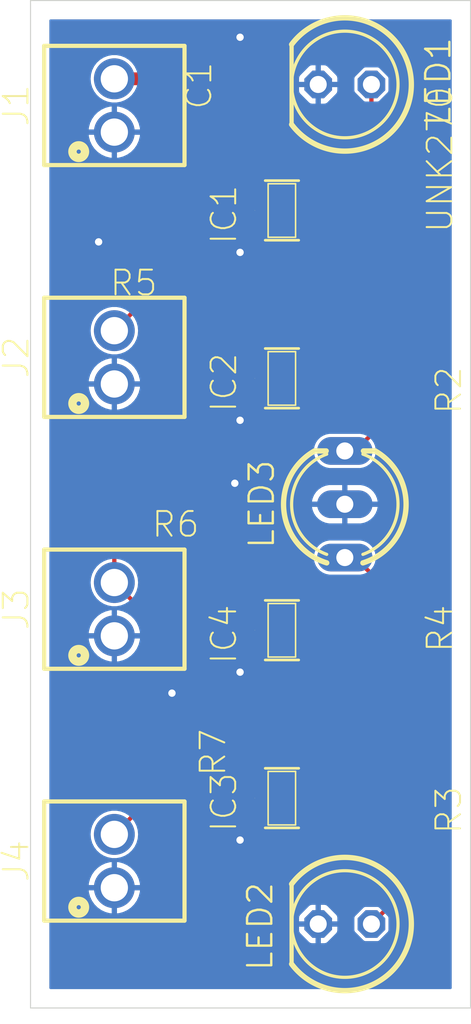
<source format=kicad_pcb>
(kicad_pcb (version 20240108) (generator "pcbnew") (generator_version "8.0")
  (layers (0 "F.Cu" signal) (31 "B.Cu" signal) (34 "B.Paste" user) (35 "F.Paste" user) (36 "B.SilkS" user "B.Silkscreen") (37 "F.SilkS" user "F.Silkscreen") (38 "B.Mask" user) (39 "F.Mask" user) (44 "Edge.Cuts" user))
  (net 0 "")
  (net 1 "VCC")
  (net 2 "GND")
  (net 3 "N$2")
  (net 4 "N$3")
  (net 5 "N$4")
  (net 6 "N$5")
  (net 7 "N$6")
  (net 8 "N$7")
  (net 9 "N$8")
  (net 10 "N$9")
  (net 11 "N$10")
  (net 12 "N$1")
  (net 13 "N$11")
  (footprint "Status_Board:SOT23-5_87" (layer "F.Cu") (at 150.0011 99.0036 -90)
    (property "Reference" "IC2" (at -1.29 3.46 90) (layer "F.SilkS") (effects (font (size 1.176528 1.176528) (thickness 0.093472)) (justify right top)))
    (property "Value" "74LVC1G17DBV")
    (fp_line (start 0 1.29) (end 0 1.3) (stroke (width 0.01)) (layer "F.SilkS"))
    (fp_line (start -1.42 0.8) (end -1.42 -0.8) (stroke (width 0.127)) (layer "F.SilkS"))
    (fp_line (start -1.27 0.66) (end -1.27 -0.65) (stroke (width 0.075)) (layer "F.SilkS"))
    (fp_line (start 1.28 0.66) (end -1.27 0.66) (stroke (width 0.075)) (layer "F.SilkS"))
    (fp_line (start -1.27 -0.65) (end 1.28 -0.65) (stroke (width 0.075)) (layer "F.SilkS"))
    (fp_line (start 1.28 -0.65) (end 1.28 0.66) (stroke (width 0.075)) (layer "F.SilkS"))
    (fp_line (start 1.42 -0.8) (end 1.42 0.8) (stroke (width 0.127)) (layer "F.SilkS"))
    (pad "1" smd rect (at -0.95 1.29 270) (size 0.69 0.99) (layers "F.Cu" "F.Paste" "F.Mask"))
    (pad "2" smd rect (at 0 1.29 270) (size 0.69 0.99) (layers "F.Cu" "F.Paste" "F.Mask") (net 4 "N$3"))
    (pad "3" smd rect (at 0.95 1.29 270) (size 0.69 0.99) (layers "F.Cu" "F.Paste" "F.Mask") (net 2 "GND"))
    (pad "4" smd rect (at 0.95 -1.3 270) (size 0.69 0.99) (layers "F.Cu" "F.Paste" "F.Mask") (net 7 "N$6"))
    (pad "5" smd rect (at -0.95 -1.3 270) (size 0.69 0.99) (layers "F.Cu" "F.Paste" "F.Mask") (net 1 "VCC"))
  )
  (footprint "Status_Board:R0805_334" (layer "F.Cu") (at 156.0011 111.0036 90)
    (property "Reference" "R4" (at -1.135 2.23 90) (layer "F.SilkS") (effects (font (size 1.176528 1.176528) (thickness 0.093472)) (justify left bottom)))
    (property "Value" "180")
    (pad "1" smd rect (at -0.95 0 90) (size 1.3 1.5) (layers "F.Cu" "F.Paste" "F.Mask") (net 12 "N$1"))
    (pad "2" smd rect (at 0.95 0 90) (size 1.3 1.5) (layers "F.Cu" "F.Paste" "F.Mask") (net 13 "N$11"))
  )
  (footprint "Status_Board:SOT23-5_87" (layer "F.Cu") (at 150.0011 91.0036 -90)
    (property "Reference" "IC1" (at -1.29 3.46 90) (layer "F.SilkS") (effects (font (size 1.176528 1.176528) (thickness 0.093472)) (justify right top)))
    (property "Value" "74LVC1G17DBV")
    (fp_line (start 0 1.29) (end 0 1.3) (stroke (width 0.01)) (layer "F.SilkS"))
    (fp_line (start -1.42 0.8) (end -1.42 -0.8) (stroke (width 0.127)) (layer "F.SilkS"))
    (fp_line (start -1.27 0.66) (end -1.27 -0.65) (stroke (width 0.075)) (layer "F.SilkS"))
    (fp_line (start 1.28 0.66) (end -1.27 0.66) (stroke (width 0.075)) (layer "F.SilkS"))
    (fp_line (start -1.27 -0.65) (end 1.28 -0.65) (stroke (width 0.075)) (layer "F.SilkS"))
    (fp_line (start 1.28 -0.65) (end 1.28 0.66) (stroke (width 0.075)) (layer "F.SilkS"))
    (fp_line (start 1.42 -0.8) (end 1.42 0.8) (stroke (width 0.127)) (layer "F.SilkS"))
    (pad "1" smd rect (at -0.95 1.29 270) (size 0.69 0.99) (layers "F.Cu" "F.Paste" "F.Mask"))
    (pad "2" smd rect (at 0 1.29 270) (size 0.69 0.99) (layers "F.Cu" "F.Paste" "F.Mask") (net 3 "N$2"))
    (pad "3" smd rect (at 0.95 1.29 270) (size 0.69 0.99) (layers "F.Cu" "F.Paste" "F.Mask") (net 2 "GND"))
    (pad "4" smd rect (at 0.95 -1.3 270) (size 0.69 0.99) (layers "F.Cu" "F.Paste" "F.Mask") (net 6 "N$5"))
    (pad "5" smd rect (at -0.95 -1.3 270) (size 0.69 0.99) (layers "F.Cu" "F.Paste" "F.Mask") (net 1 "VCC"))
  )
  (footprint "Status_Board:691210910002_16280519" (layer "F.Cu") (at 142.0011 86.0036 90)
    (property "Reference" "J1" (at 0 -4 90) (layer "F.SilkS") (effects (font (size 1.176528 1.176528) (thickness 0.093472)) (justify bottom)))
    (property "Value" "5V")
    (fp_line (start 2.84 -3.35) (end 2.84 3.35) (stroke (width 0.2)) (layer "F.SilkS"))
    (fp_line (start -2.84 -3.35) (end 2.84 -3.35) (stroke (width 0.2)) (layer "F.SilkS"))
    (fp_line (start 2.84 3.35) (end -2.84 3.35) (stroke (width 0.2)) (layer "F.SilkS"))
    (fp_line (start -2.84 3.35) (end -2.84 -3.35) (stroke (width 0.2)) (layer "F.SilkS"))
    (fp_circle (center -2.2 -1.7) (end -2.1 -1.7) (stroke (width 0.4)) (fill none) (layer "F.SilkS"))
    (pad "1" thru_hole circle (at -1.27 0 90) (size 1.95 1.95) (drill 1.3) (layers "*.Cu" "*.Mask") (net 2 "GND"))
    (pad "2" thru_hole circle (at 1.27 0 90) (size 1.95 1.95) (drill 1.3) (layers "*.Cu" "*.Mask") (net 1 "VCC"))
  )
  (footprint "Status_Board:R0805_334" (layer "F.Cu") (at 156.0011 99.0036 -90)
    (property "Reference" "R2" (at -0.635 -1.27 90) (layer "F.SilkS") (effects (font (size 1.176528 1.176528) (thickness 0.093472)) (justify right top)))
    (property "Value" "220")
    (pad "1" smd rect (at -0.95 0 270) (size 1.3 1.5) (layers "F.Cu" "F.Paste" "F.Mask") (net 7 "N$6"))
    (pad "2" smd rect (at 0.95 0 270) (size 1.3 1.5) (layers "F.Cu" "F.Paste" "F.Mask") (net 10 "N$9"))
  )
  (footprint "Status_Board:SOT23-5_87" (layer "F.Cu") (at 150.0011 111.0036 -90)
    (property "Reference" "IC4" (at -1.29 3.46 90) (layer "F.SilkS") (effects (font (size 1.176528 1.176528) (thickness 0.093472)) (justify right top)))
    (property "Value" "74LVC1G14DBV")
    (fp_line (start 0 1.29) (end 0 1.3) (stroke (width 0.01)) (layer "F.SilkS"))
    (fp_line (start -1.42 0.8) (end -1.42 -0.8) (stroke (width 0.127)) (layer "F.SilkS"))
    (fp_line (start -1.27 0.66) (end -1.27 -0.65) (stroke (width 0.075)) (layer "F.SilkS"))
    (fp_line (start 1.28 0.66) (end -1.27 0.66) (stroke (width 0.075)) (layer "F.SilkS"))
    (fp_line (start -1.27 -0.65) (end 1.28 -0.65) (stroke (width 0.075)) (layer "F.SilkS"))
    (fp_line (start 1.28 -0.65) (end 1.28 0.66) (stroke (width 0.075)) (layer "F.SilkS"))
    (fp_line (start 1.42 -0.8) (end 1.42 0.8) (stroke (width 0.127)) (layer "F.SilkS"))
    (pad "1" smd rect (at -0.95 1.29 270) (size 0.69 0.99) (layers "F.Cu" "F.Paste" "F.Mask"))
    (pad "2" smd rect (at 0 1.29 270) (size 0.69 0.99) (layers "F.Cu" "F.Paste" "F.Mask") (net 4 "N$3"))
    (pad "3" smd rect (at 0.95 1.29 270) (size 0.69 0.99) (layers "F.Cu" "F.Paste" "F.Mask") (net 2 "GND"))
    (pad "4" smd rect (at 0.95 -1.3 270) (size 0.69 0.99) (layers "F.Cu" "F.Paste" "F.Mask") (net 12 "N$1"))
    (pad "5" smd rect (at -0.95 -1.3 270) (size 0.69 0.99) (layers "F.Cu" "F.Paste" "F.Mask") (net 1 "VCC"))
  )
  (footprint "Status_Board:R0805_334" (layer "F.Cu") (at 144.7511 116.2536 -90)
    (property "Reference" "R7" (at -0.635 -1.27 90) (layer "F.SilkS") (effects (font (size 1.176528 1.176528) (thickness 0.093472)) (justify right top)))
    (property "Value" "47k")
    (pad "1" smd rect (at -0.95 0 270) (size 1.3 1.5) (layers "F.Cu" "F.Paste" "F.Mask") (net 2 "GND"))
    (pad "2" smd rect (at 0.95 0 270) (size 1.3 1.5) (layers "F.Cu" "F.Paste" "F.Mask") (net 5 "N$4"))
  )
  (footprint "Status_Board:C0805_334" (layer "F.Cu") (at 148.0011 85.0036 90)
    (property "Reference" "C1" (at -1.27 -1.27 90) (layer "F.SilkS") (effects (font (size 1.176528 1.176528) (thickness 0.093472)) (justify left bottom)))
    (property "Value" "10nF")
    (pad "1" smd rect (at -0.95 0 90) (size 1.3 1.5) (layers "F.Cu" "F.Paste" "F.Mask") (net 1 "VCC"))
    (pad "2" smd rect (at 0.95 0 90) (size 1.3 1.5) (layers "F.Cu" "F.Paste" "F.Mask") (net 2 "GND"))
  )
  (footprint "Status_Board:R0805_334" (layer "F.Cu") (at 156.0011 91.0036 90)
    (property "Reference" "UNK270" (at -1.135 2.23 90) (layer "F.SilkS") (effects (font (size 1.176528 1.176528) (thickness 0.093472)) (justify left bottom)))
    (property "Value" "")
    (pad "1" smd rect (at -0.95 0 90) (size 1.3 1.5) (layers "F.Cu" "F.Paste" "F.Mask") (net 6 "N$5"))
    (pad "2" smd rect (at 0.95 0 90) (size 1.3 1.5) (layers "F.Cu" "F.Paste" "F.Mask") (net 9 "N$8"))
  )
  (footprint "Status_Board:DUOLED-C-5MM_259" (layer "F.Cu") (at 153.0011 105.0036 90)
    (property "Reference" "LED3" (at -2.19 -3.29 90) (layer "F.SilkS") (effects (font (size 1.1557 1.1557) (thickness 0.1143)) (justify left bottom)))
    (property "Value" "")
    (fp_line (start 2.54 -1.4478) (end 2.54 -0.889) (stroke (width 0.254)) (layer "F.SilkS"))
    (fp_line (start 2.54 0.889) (end 2.54 1.4478) (stroke (width 0.254)) (layer "F.SilkS"))
    (fp_arc (start -2.3876 -0.8636) (mid 0 -2.538984) (end 2.3876 -0.8636) (stroke (width 0.1524)) (layer "F.SilkS"))
    (fp_arc (start -2.7933 -0.8634) (mid -0.3185 -2.906455) (end 2.540001 -1.447798) (stroke (width 0.254)) (layer "F.SilkS"))
    (fp_arc (start 2.3876 0.8636) (mid 0 2.538984) (end -2.3876 0.8636) (stroke (width 0.1524)) (layer "F.SilkS"))
    (fp_arc (start 2.540698 1.448201) (mid -0.318535 2.906916) (end -2.794 0.8636) (stroke (width 0.254)) (layer "F.SilkS"))
    (pad "AR" thru_hole oval (at 2.54 0 180) (size 2.6416 1.3208) (drill 0.8128) (layers "*.Cu" "*.Mask") (net 10 "N$9"))
    (pad "AX" thru_hole oval (at -2.54 0 180) (size 2.6416 1.3208) (drill 0.8128) (layers "*.Cu" "*.Mask") (net 13 "N$11"))
    (pad "C" thru_hole oval (at 0 0 180) (size 2.6416 1.3208) (drill 0.8128) (layers "*.Cu" "*.Mask") (net 2 "GND"))
  )
  (footprint "Status_Board:691210910002_16280519" (layer "F.Cu") (at 142.0011 110.0036 90)
    (property "Reference" "J3" (at 0 -4 90) (layer "F.SilkS") (effects (font (size 1.176528 1.176528) (thickness 0.093472)) (justify bottom)))
    (property "Value" "Amp_State")
    (fp_line (start 2.84 -3.35) (end 2.84 3.35) (stroke (width 0.2)) (layer "F.SilkS"))
    (fp_line (start -2.84 -3.35) (end 2.84 -3.35) (stroke (width 0.2)) (layer "F.SilkS"))
    (fp_line (start 2.84 3.35) (end -2.84 3.35) (stroke (width 0.2)) (layer "F.SilkS"))
    (fp_line (start -2.84 3.35) (end -2.84 -3.35) (stroke (width 0.2)) (layer "F.SilkS"))
    (fp_circle (center -2.2 -1.7) (end -2.1 -1.7) (stroke (width 0.4)) (fill none) (layer "F.SilkS"))
    (pad "1" thru_hole circle (at -1.27 0 90) (size 1.95 1.95) (drill 1.3) (layers "*.Cu" "*.Mask") (net 2 "GND"))
    (pad "2" thru_hole circle (at 1.27 0 90) (size 1.95 1.95) (drill 1.3) (layers "*.Cu" "*.Mask") (net 4 "N$3"))
  )
  (footprint "Status_Board:R0805_334" (layer "F.Cu") (at 143.5011 92.5036 180)
    (property "Reference" "R5" (at -0.635 -1.27 0) (layer "F.SilkS") (effects (font (size 1.176528 1.176528) (thickness 0.093472)) (justify right top)))
    (property "Value" "47k")
    (pad "1" smd rect (at -0.95 0 180) (size 1.3 1.5) (layers "F.Cu" "F.Paste" "F.Mask") (net 3 "N$2"))
    (pad "2" smd rect (at 0.95 0 180) (size 1.3 1.5) (layers "F.Cu" "F.Paste" "F.Mask") (net 2 "GND"))
  )
  (footprint "Status_Board:691210910002_16280519" (layer "F.Cu") (at 142.0011 98.0036 90)
    (property "Reference" "J2" (at 0 -4 90) (layer "F.SilkS") (effects (font (size 1.176528 1.176528) (thickness 0.093472)) (justify bottom)))
    (property "Value" "75V_Status")
    (fp_line (start 2.84 -3.35) (end 2.84 3.35) (stroke (width 0.2)) (layer "F.SilkS"))
    (fp_line (start -2.84 -3.35) (end 2.84 -3.35) (stroke (width 0.2)) (layer "F.SilkS"))
    (fp_line (start 2.84 3.35) (end -2.84 3.35) (stroke (width 0.2)) (layer "F.SilkS"))
    (fp_line (start -2.84 3.35) (end -2.84 -3.35) (stroke (width 0.2)) (layer "F.SilkS"))
    (fp_circle (center -2.2 -1.7) (end -2.1 -1.7) (stroke (width 0.4)) (fill none) (layer "F.SilkS"))
    (pad "1" thru_hole circle (at -1.27 0 90) (size 1.95 1.95) (drill 1.3) (layers "*.Cu" "*.Mask") (net 2 "GND"))
    (pad "2" thru_hole circle (at 1.27 0 90) (size 1.95 1.95) (drill 1.3) (layers "*.Cu" "*.Mask") (net 3 "N$2"))
  )
  (footprint "Status_Board:SOT23-5_87" (layer "F.Cu") (at 150.0011 119.0036 -90)
    (property "Reference" "IC3" (at -1.29 3.46 90) (layer "F.SilkS") (effects (font (size 1.176528 1.176528) (thickness 0.093472)) (justify right top)))
    (property "Value" "74LVC1G17DBV")
    (fp_line (start 0 1.29) (end 0 1.3) (stroke (width 0.01)) (layer "F.SilkS"))
    (fp_line (start -1.42 0.8) (end -1.42 -0.8) (stroke (width 0.127)) (layer "F.SilkS"))
    (fp_line (start -1.27 0.66) (end -1.27 -0.65) (stroke (width 0.075)) (layer "F.SilkS"))
    (fp_line (start 1.28 0.66) (end -1.27 0.66) (stroke (width 0.075)) (layer "F.SilkS"))
    (fp_line (start -1.27 -0.65) (end 1.28 -0.65) (stroke (width 0.075)) (layer "F.SilkS"))
    (fp_line (start 1.28 -0.65) (end 1.28 0.66) (stroke (width 0.075)) (layer "F.SilkS"))
    (fp_line (start 1.42 -0.8) (end 1.42 0.8) (stroke (width 0.127)) (layer "F.SilkS"))
    (pad "1" smd rect (at -0.95 1.29 270) (size 0.69 0.99) (layers "F.Cu" "F.Paste" "F.Mask"))
    (pad "2" smd rect (at 0 1.29 270) (size 0.69 0.99) (layers "F.Cu" "F.Paste" "F.Mask") (net 5 "N$4"))
    (pad "3" smd rect (at 0.95 1.29 270) (size 0.69 0.99) (layers "F.Cu" "F.Paste" "F.Mask") (net 2 "GND"))
    (pad "4" smd rect (at 0.95 -1.3 270) (size 0.69 0.99) (layers "F.Cu" "F.Paste" "F.Mask") (net 8 "N$7"))
    (pad "5" smd rect (at -0.95 -1.3 270) (size 0.69 0.99) (layers "F.Cu" "F.Paste" "F.Mask") (net 1 "VCC"))
  )
  (footprint "Status_Board:R0805_334" (layer "F.Cu") (at 145.5011 104.0036 180)
    (property "Reference" "R6" (at -0.635 -1.27 0) (layer "F.SilkS") (effects (font (size 1.176528 1.176528) (thickness 0.093472)) (justify right top)))
    (property "Value" "47k")
    (pad "1" smd rect (at -0.95 0 180) (size 1.3 1.5) (layers "F.Cu" "F.Paste" "F.Mask") (net 2 "GND"))
    (pad "2" smd rect (at 0.95 0 180) (size 1.3 1.5) (layers "F.Cu" "F.Paste" "F.Mask") (net 4 "N$3"))
  )
  (footprint "Status_Board:LED5MM_259" (layer "F.Cu") (at 153.0011 125.0036 180)
    (property "Reference" "LED2" (at 4.7166 2.075 90) (layer "F.SilkS") (effects (font (size 1.1557 1.1557) (thickness 0.1143)) (justify right top)))
    (property "Value" "")
    (fp_line (start 2.54 1.905) (end 2.54 -1.905) (stroke (width 0.2032)) (layer "F.SilkS"))
    (fp_arc (start 2.54 1.905) (mid -3.175 0) (end 2.54 -1.905) (stroke (width 0.254)) (layer "F.SilkS"))
    (fp_circle (center 0 0) (end 2.54 0) (stroke (width 0.1524)) (fill none) (layer "F.SilkS"))
    (pad "A" thru_hole roundrect (at -1.27 0 180) (size 1.3208 1.3208) (drill 0.8128) (layers "*.Cu" "*.Mask") (chamfer_ratio 0.2928932188) (chamfer top_left top_right bottom_left bottom_right) (net 11 "N$10"))
    (pad "K" thru_hole roundrect (at 1.27 0 180) (size 1.3208 1.3208) (drill 0.8128) (layers "*.Cu" "*.Mask") (chamfer_ratio 0.2928932188) (chamfer top_left top_right bottom_left bottom_right) (net 2 "GND"))
  )
  (footprint "Status_Board:R0805_334" (layer "F.Cu") (at 156.0011 119.0036 -90)
    (property "Reference" "R3" (at -0.635 -1.27 90) (layer "F.SilkS") (effects (font (size 1.176528 1.176528) (thickness 0.093472)) (justify right top)))
    (property "Value" "220")
    (pad "1" smd rect (at -0.95 0 270) (size 1.3 1.5) (layers "F.Cu" "F.Paste" "F.Mask") (net 8 "N$7"))
    (pad "2" smd rect (at 0.95 0 270) (size 1.3 1.5) (layers "F.Cu" "F.Paste" "F.Mask") (net 11 "N$10"))
  )
  (footprint "Status_Board:LED5MM_259" (layer "F.Cu") (at 153.0011 85.0036 180)
    (property "Reference" "LED1" (at -3.7834 2.325 90) (layer "F.SilkS") (effects (font (size 1.1557 1.1557) (thickness 0.1143)) (justify right top)))
    (property "Value" "")
    (fp_line (start 2.54 1.905) (end 2.54 -1.905) (stroke (width 0.2032)) (layer "F.SilkS"))
    (fp_arc (start 2.54 1.905) (mid -3.175 0) (end 2.54 -1.905) (stroke (width 0.254)) (layer "F.SilkS"))
    (fp_circle (center 0 0) (end 2.54 0) (stroke (width 0.1524)) (fill none) (layer "F.SilkS"))
    (pad "A" thru_hole roundrect (at -1.27 0 180) (size 1.3208 1.3208) (drill 0.8128) (layers "*.Cu" "*.Mask") (chamfer_ratio 0.2928932188) (chamfer top_left top_right bottom_left bottom_right) (net 9 "N$8"))
    (pad "K" thru_hole roundrect (at 1.27 0 180) (size 1.3208 1.3208) (drill 0.8128) (layers "*.Cu" "*.Mask") (chamfer_ratio 0.2928932188) (chamfer top_left top_right bottom_left bottom_right) (net 2 "GND"))
  )
  (footprint "Status_Board:691210910002_16280519" (layer "F.Cu") (at 142.0011 122.0036 90)
    (property "Reference" "J4" (at 0 -4 90) (layer "F.SilkS") (effects (font (size 1.176528 1.176528) (thickness 0.093472)) (justify bottom)))
    (property "Value" "UBL")
    (fp_line (start 2.84 -3.35) (end 2.84 3.35) (stroke (width 0.2)) (layer "F.SilkS"))
    (fp_line (start -2.84 -3.35) (end 2.84 -3.35) (stroke (width 0.2)) (layer "F.SilkS"))
    (fp_line (start 2.84 3.35) (end -2.84 3.35) (stroke (width 0.2)) (layer "F.SilkS"))
    (fp_line (start -2.84 3.35) (end -2.84 -3.35) (stroke (width 0.2)) (layer "F.SilkS"))
    (fp_circle (center -2.2 -1.7) (end -2.1 -1.7) (stroke (width 0.4)) (fill none) (layer "F.SilkS"))
    (pad "1" thru_hole circle (at -1.27 0 90) (size 1.95 1.95) (drill 1.3) (layers "*.Cu" "*.Mask") (net 2 "GND"))
    (pad "2" thru_hole circle (at 1.27 0 90) (size 1.95 1.95) (drill 1.3) (layers "*.Cu" "*.Mask") (net 5 "N$4"))
  )
  (gr_line (start 138.0011 81.0036) (end 138.0011 129.0036) (stroke (width 0.05)) (layer "Edge.Cuts"))
  (gr_line (start 159.0011 81.0036) (end 138.0011 81.0036) (stroke (width 0.05)) (layer "Edge.Cuts"))
  (gr_line (start 138.0011 129.0036) (end 159.0011 129.0036) (stroke (width 0.05)) (layer "Edge.Cuts"))
  (gr_line (start 159.0011 129.0036) (end 159.0011 81.0036) (stroke (width 0.05)) (layer "Edge.Cuts"))
  (segment (start 145.9811 84.7336) (end 147.6261 86.3786) (width 0.6096) (layer "F.Cu") (net 1))
  (segment (start 147.6261 86.3786) (end 151.3011 90.0536) (width 0.6096) (layer "F.Cu") (net 1))
  (segment (start 142.0011 84.7336) (end 145.9811 84.7336) (width 0.6096) (layer "F.Cu") (net 1))
  (segment (start 151.3011 98.0536) (end 151.251887 98.0536) (width 0.6096) (layer "F.Cu") (net 1))
  (segment (start 151.3011 90.0536) (end 151.3011 90.254388) (width 0.6096) (layer "F.Cu") (net 1))
  (segment (start 151.0511 109.8036) (end 151.3011 110.0536) (width 0.6096) (layer "F.Cu") (net 1))
  (segment (start 150.0521 92.653813) (end 151.3011 93.902813) (width 0.6096) (layer "F.Cu") (net 1))
  (segment (start 150.0011 116.7536) (end 151.3011 118.0536) (width 0.6096) (layer "F.Cu") (net 1))
  (segment (start 150.0521 100.653813) (end 151.0511 101.652813) (width 0.6096) (layer "F.Cu") (net 1))
  (segment (start 151.251887 98.0536) (end 150.0521 99.253388) (width 0.6096) (layer "F.Cu") (net 1))
  (segment (start 148.0011 85.9536) (end 148.0011 86.0036) (width 0.2032) (layer "F.Cu") (net 1))
  (segment (start 151.3011 93.902813) (end 151.3011 98.0536) (width 0.6096) (layer "F.Cu") (net 1))
  (segment (start 148.0011 86.0036) (end 147.6261 86.3786) (width 0.2032) (layer "F.Cu") (net 1))
  (segment (start 150.0521 99.253388) (end 150.0521 100.653813) (width 0.6096) (layer "F.Cu") (net 1))
  (segment (start 151.0511 101.652813) (end 151.0511 109.8036) (width 0.6096) (layer "F.Cu") (net 1))
  (segment (start 150.0521 91.503388) (end 150.0521 92.653813) (width 0.6096) (layer "F.Cu") (net 1))
  (segment (start 151.3011 110.4536) (end 150.0011 111.7536) (width 0.6096) (layer "F.Cu") (net 1))
  (segment (start 150.0011 111.7536) (end 150.0011 116.7536) (width 0.6096) (layer "F.Cu") (net 1))
  (segment (start 151.3011 110.0536) (end 151.3011 110.4536) (width 0.2032) (layer "F.Cu") (net 1))
  (segment (start 151.3011 90.254388) (end 150.0521 91.503388) (width 0.6096) (layer "F.Cu") (net 1))
  (segment (start 148.0011 100.6636) (end 148.0011 101.0036) (width 0.2032) (layer "F.Cu") (net 2))
  (segment (start 142.5511 92.5036) (end 141.2511 92.5036) (width 0.6096) (layer "F.Cu") (net 2))
  (segment (start 148.0011 84.0536) (end 148.0011 82.7536) (width 0.2032) (layer "F.Cu") (net 2))
  (segment (start 144.7511 115.3036) (end 144.7511 114.0036) (width 0.6096) (layer "F.Cu") (net 2))
  (segment (start 148.7111 119.9536) (end 148.0011 120.6636) (width 0.2032) (layer "F.Cu") (net 2))
  (segment (start 148.7111 92.2936) (end 148.0011 93.0036) (width 0.2032) (layer "F.Cu") (net 2))
  (segment (start 148.0011 112.6636) (end 148.0011 113.0036) (width 0.2032) (layer "F.Cu") (net 2))
  (segment (start 148.7111 111.9536) (end 148.0011 112.6636) (width 0.2032) (layer "F.Cu") (net 2))
  (segment (start 148.7111 91.9536) (end 148.7111 92.2936) (width 0.2032) (layer "F.Cu") (net 2))
  (segment (start 146.4511 104.0036) (end 147.7511 104.0036) (width 0.6096) (layer "F.Cu") (net 2))
  (segment (start 148.7111 99.9536) (end 148.0011 100.6636) (width 0.2032) (layer "F.Cu") (net 2))
  (segment (start 148.0011 120.6636) (end 148.0011 121.0036) (width 0.2032) (layer "F.Cu") (net 2))
  (via (at 148.0011 113.0036) (size 0.7564) (drill 0.35) (layers "F.Cu" "B.Cu") (net 2))
  (via (at 148.0011 101.0036) (size 0.7564) (drill 0.35) (layers "F.Cu" "B.Cu") (net 2))
  (via (at 148.0011 121.0036) (size 0.7564) (drill 0.35) (layers "F.Cu" "B.Cu") (net 2))
  (via (at 148.0011 93.0036) (size 0.7564) (drill 0.35) (layers "F.Cu" "B.Cu") (net 2))
  (via (at 144.7511 114.0036) (size 0.7564) (drill 0.35) (layers "F.Cu" "B.Cu") (net 2))
  (via (at 147.7511 104.0036) (size 0.7564) (drill 0.35) (layers "F.Cu" "B.Cu") (net 2))
  (via (at 148.0011 82.7536) (size 0.7564) (drill 0.35) (layers "F.Cu" "B.Cu") (net 2))
  (via (at 141.2511 92.5036) (size 0.7564) (drill 0.35) (layers "F.Cu" "B.Cu") (net 2))
  (segment (start 144.4511 92.5036) (end 145.2411 93.2936) (width 0.2) (layer "F.Cu") (net 3))
  (segment (start 147.7311 91.0036) (end 145.2411 93.4936) (width 0.2032) (layer "F.Cu") (net 3))
  (segment (start 148.7111 91.0036) (end 147.7311 91.0036) (width 0.2032) (layer "F.Cu") (net 3))
  (segment (start 145.2411 93.2936) (end 145.2411 93.4936) (width 0.2) (layer "F.Cu") (net 3))
  (segment (start 145.2411 93.4936) (end 142.0011 96.7336) (width 0.2032) (layer "F.Cu") (net 3))
  (segment (start 148.110887 99.3546) (end 144.106493 103.358994) (width 0.2032) (layer "F.Cu") (net 4))
  (segment (start 148.3601 99.3546) (end 148.110887 99.3546) (width 0.2032) (layer "F.Cu") (net 4))
  (segment (start 144.106493 103.358994) (end 142.0011 105.464388) (width 0.2032) (layer "F.Cu") (net 4))
  (segment (start 144.2711 111.0036) (end 142.0011 108.7336) (width 0.2032) (layer "F.Cu") (net 4))
  (segment (start 148.7111 111.0036) (end 144.2711 111.0036) (width 0.2032) (layer "F.Cu") (net 4))
  (segment (start 142.0011 105.464388) (end 142.0011 108.7336) (width 0.2032) (layer "F.Cu") (net 4))
  (segment (start 144.106493 103.558994) (end 144.106493 103.358994) (width 0.2) (layer "F.Cu") (net 4))
  (segment (start 144.5511 104.0036) (end 144.106493 103.558994) (width 0.2) (layer "F.Cu") (net 4))
  (segment (start 148.7111 99.0036) (end 148.3601 99.3546) (width 0.2032) (layer "F.Cu") (net 4))
  (segment (start 144.7511 119.0036) (end 143.7311 119.0036) (width 0.2032) (layer "F.Cu") (net 5))
  (segment (start 143.7311 119.0036) (end 142.0011 120.7336) (width 0.2032) (layer "F.Cu") (net 5))
  (segment (start 144.7511 117.2036) (end 144.7511 119.0036) (width 0.2) (layer "F.Cu") (net 5))
  (segment (start 148.7111 119.0036) (end 144.7511 119.0036) (width 0.2032) (layer "F.Cu") (net 5))
  (segment (start 156.0011 91.9536) (end 151.3011 91.9536) (width 0.2032) (layer "F.Cu") (net 6))
  (segment (start 153.2011 98.0536) (end 156.0011 98.0536) (width 0.2032) (layer "F.Cu") (net 7))
  (segment (start 151.3011 99.9536) (end 153.2011 98.0536) (width 0.2032) (layer "F.Cu") (net 7))
  (segment (start 151.3011 119.9536) (end 153.2011 118.0536) (width 0.2032) (layer "F.Cu") (net 8))
  (segment (start 153.2011 118.0536) (end 156.0011 118.0536) (width 0.2032) (layer "F.Cu") (net 8))
  (segment (start 156.0011 90.0536) (end 154.2711 88.3236) (width 0.2032) (layer "F.Cu") (net 9))
  (segment (start 154.2711 88.3236) (end 154.2711 85.0036) (width 0.2032) (layer "F.Cu") (net 9))
  (segment (start 153.4911 102.4636) (end 156.0011 99.9536) (width 0.2032) (layer "F.Cu") (net 10))
  (segment (start 153.0011 102.4636) (end 153.4911 102.4636) (width 0.2) (layer "F.Cu") (net 10))
  (segment (start 156.0011 123.2736) (end 154.2711 125.0036) (width 0.2032) (layer "F.Cu") (net 11))
  (segment (start 156.0011 119.9536) (end 156.0011 123.2736) (width 0.2032) (layer "F.Cu") (net 11))
  (segment (start 151.3011 111.9536) (end 156.0011 111.9536) (width 0.2032) (layer "F.Cu") (net 12))
  (segment (start 153.4911 107.5436) (end 153.0011 107.5436) (width 0.2) (layer "F.Cu") (net 13))
  (segment (start 156.0011 110.0536) (end 153.4911 107.5436) (width 0.2) (layer "F.Cu") (net 13))
  (zone (net 2) (net_name "GND") (layer "B.Cu") (priority 6) (connect_pads (clearance 0.000001)) (min_thickness 0.1016) (fill yes (thermal_gap 0.2532) (thermal_bridge_width 0.2532))
    (polygon (pts (xy 158.1027 128.1052) (xy 138.8995 128.1052) (xy 138.8995 81.902) (xy 158.1027 81.902)))
  )
)
</source>
